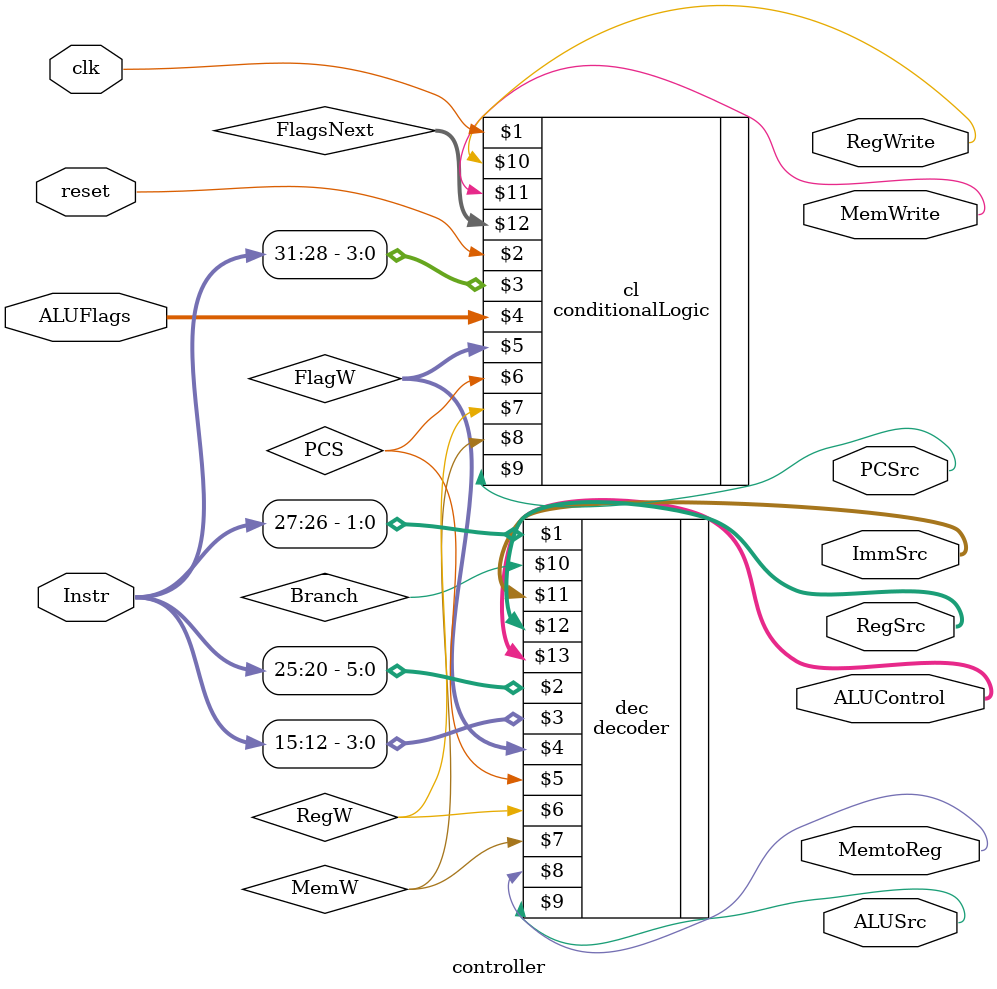
<source format=sv>
/*
	Instr[31:28] -> Condition (Cond)
	Instr[27:26] -> Operation Code (Op)
	Instr[25:20] -> Function (Funct)
	Instr[15:12] -> Rd
*/

module controller(input 	logic 			clk, reset,
						input 	logic [31:12] 	Instr,
						input 	logic [3:0] 	ALUFlags, //NZCV
						output 	logic [1:0] 	RegSrc, // RegSrc[1]->  Selector del MUX de RA2| RegSrc[0]-> Selector del MUX de RA1
						output 	logic 			RegWrite,
						output 	logic [1:0] 	ImmSrc,
						output 	logic 			ALUSrc,
						output 	logic [1:0] 	ALUControl,
						output 	logic 			MemWrite, MemtoReg,
						output 	logic 			PCSrc);
						
	logic [1:0] FlagW; //FlaW[0]-> Para C y V.|FlaW[1]-> Para N y Z.
	logic PCS,RegW, MemW, Branch;
	logic [3:0] FlagsNext;
	
	decoder dec(Instr[27:26], Instr[25:20], Instr[15:12],
					FlagW, PCS, RegW, MemW,
					MemtoReg, ALUSrc, Branch, ImmSrc, RegSrc, ALUControl);
	
	conditionalLogic cl(clk, reset, Instr[31:28], ALUFlags,
							  FlagW, PCS, RegW, MemW,
							  PCSrc, RegWrite, MemWrite, FlagsNext);
	
endmodule
</source>
